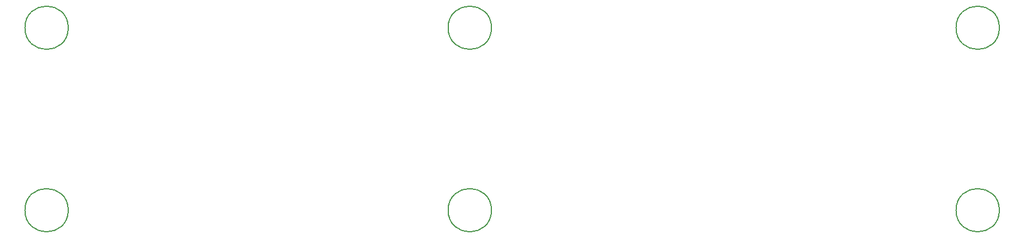
<source format=gbr>
%TF.GenerationSoftware,KiCad,Pcbnew,(6.0.11)*%
%TF.CreationDate,2023-09-13T08:26:01+09:00*%
%TF.ProjectId,MD,4d442e6b-6963-4616-945f-706362585858,rev?*%
%TF.SameCoordinates,Original*%
%TF.FileFunction,Other,Comment*%
%FSLAX46Y46*%
G04 Gerber Fmt 4.6, Leading zero omitted, Abs format (unit mm)*
G04 Created by KiCad (PCBNEW (6.0.11)) date 2023-09-13 08:26:01*
%MOMM*%
%LPD*%
G01*
G04 APERTURE LIST*
%ADD10C,0.150000*%
G04 APERTURE END LIST*
D10*
%TO.C,H8*%
X151720000Y-128460000D02*
G75*
G03*
X151720000Y-128460000I-3200000J0D01*
G01*
%TO.C,H9*%
X226719999Y-128460000D02*
G75*
G03*
X226719999Y-128460000I-3200000J0D01*
G01*
%TO.C,H7*%
X89219999Y-128460000D02*
G75*
G03*
X89219999Y-128460000I-3200000J0D01*
G01*
%TO.C,H5*%
X151720000Y-101460000D02*
G75*
G03*
X151720000Y-101460000I-3200000J0D01*
G01*
%TO.C,H6*%
X226719999Y-101460000D02*
G75*
G03*
X226719999Y-101460000I-3200000J0D01*
G01*
%TO.C,H4*%
X89219999Y-101460000D02*
G75*
G03*
X89219999Y-101460000I-3200000J0D01*
G01*
%TD*%
M02*

</source>
